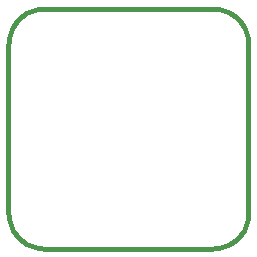
<source format=gbr>
G04 (created by PCBNEW-RS274X (2012-jan-04)-stable) date Thu 19 Apr 2012 09:17:57 PM CEST*
G01*
G70*
G90*
%MOIN*%
G04 Gerber Fmt 3.4, Leading zero omitted, Abs format*
%FSLAX34Y34*%
G04 APERTURE LIST*
%ADD10C,0.006000*%
%ADD11C,0.015000*%
G04 APERTURE END LIST*
G54D10*
G54D11*
X27390Y-33527D02*
X27390Y-39127D01*
X34190Y-32327D02*
X28590Y-32327D01*
X35390Y-39127D02*
X35390Y-33527D01*
X28590Y-40327D02*
X34190Y-40327D01*
X27390Y-39127D02*
X27395Y-39231D01*
X27409Y-39335D01*
X27431Y-39437D01*
X27463Y-39537D01*
X27503Y-39634D01*
X27551Y-39726D01*
X27608Y-39815D01*
X27671Y-39898D01*
X27742Y-39975D01*
X27819Y-40046D01*
X27902Y-40109D01*
X27991Y-40166D01*
X28083Y-40214D01*
X28180Y-40254D01*
X28280Y-40286D01*
X28382Y-40308D01*
X28486Y-40322D01*
X28590Y-40327D01*
X28590Y-32327D02*
X28486Y-32332D01*
X28382Y-32346D01*
X28280Y-32368D01*
X28180Y-32400D01*
X28083Y-32440D01*
X27991Y-32488D01*
X27902Y-32545D01*
X27819Y-32608D01*
X27742Y-32679D01*
X27671Y-32756D01*
X27608Y-32839D01*
X27551Y-32928D01*
X27503Y-33020D01*
X27463Y-33117D01*
X27431Y-33217D01*
X27409Y-33319D01*
X27395Y-33423D01*
X27390Y-33527D01*
X35390Y-33527D02*
X35385Y-33423D01*
X35371Y-33319D01*
X35349Y-33217D01*
X35317Y-33117D01*
X35277Y-33020D01*
X35229Y-32928D01*
X35172Y-32839D01*
X35109Y-32756D01*
X35038Y-32679D01*
X34961Y-32608D01*
X34878Y-32545D01*
X34790Y-32488D01*
X34697Y-32440D01*
X34600Y-32400D01*
X34500Y-32368D01*
X34398Y-32346D01*
X34294Y-32332D01*
X34190Y-32327D01*
X34190Y-40327D02*
X34294Y-40322D01*
X34398Y-40308D01*
X34500Y-40286D01*
X34600Y-40254D01*
X34697Y-40214D01*
X34790Y-40166D01*
X34878Y-40109D01*
X34961Y-40046D01*
X35038Y-39975D01*
X35109Y-39898D01*
X35172Y-39815D01*
X35229Y-39726D01*
X35277Y-39634D01*
X35317Y-39537D01*
X35349Y-39437D01*
X35371Y-39335D01*
X35385Y-39231D01*
X35390Y-39127D01*
M02*

</source>
